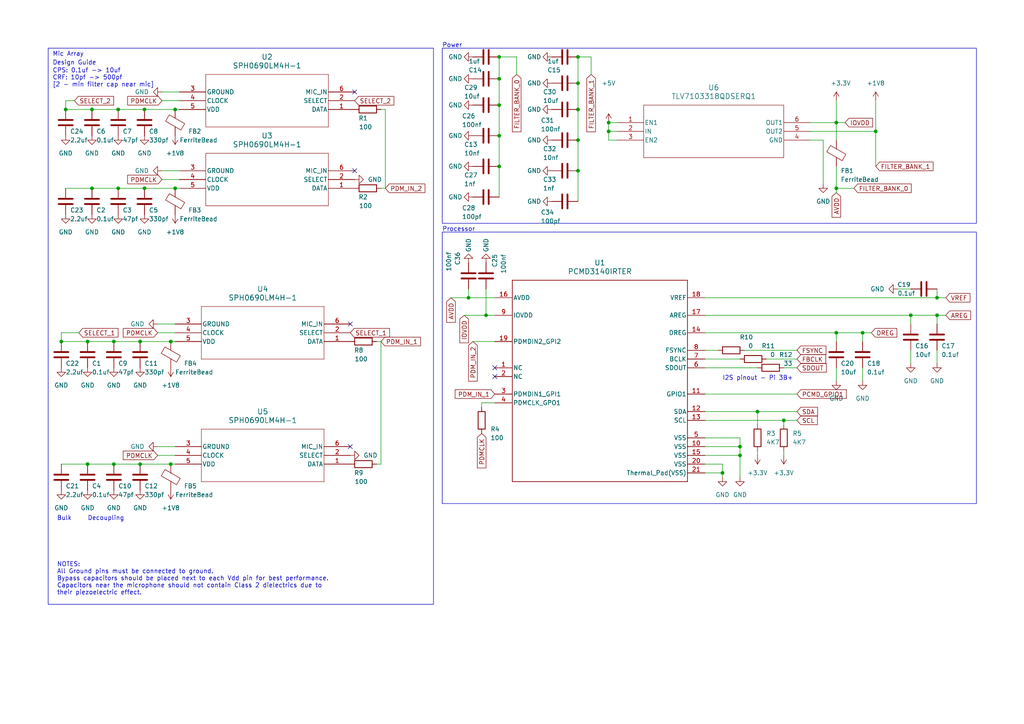
<source format=kicad_sch>
(kicad_sch (version 20230121) (generator eeschema)
  (paper "A4")
  (junction (at 25.4 99.06))
  (junction (at 167.64 40.64))
  (junction (at 144.78 39.37))
  (junction (at 41.91 54.61))
  (junction (at 49.53 134.62))
  (junction (at 40.64 99.06))
  (junction (at 34.29 31.75))
  (junction (at 17.78 99.06))
  (junction (at 135.89 86.36))
  (junction (at 144.78 30.48))
  (junction (at 271.78 91.44))
  (junction (at 26.67 54.61))
  (junction (at 250.19 96.52))
  (junction (at 242.57 54.61))
  (junction (at 144.78 22.86))
  (junction (at 33.02 134.62))
  (junction (at 219.71 119.38))
  (junction (at 49.53 99.06))
  (junction (at 50.8 54.61))
  (junction (at 140.97 91.44))
  (junction (at 254 38.1))
  (junction (at 26.67 31.75))
  (junction (at 19.05 31.75))
  (junction (at 50.8 31.75))
  (junction (at 167.64 24.13))
  (junction (at 242.57 35.56))
  (junction (at 25.4 134.62))
  (junction (at 167.64 31.75))
  (junction (at 264.16 91.44))
  (junction (at 144.78 48.26))
  (junction (at 34.29 54.61))
  (junction (at 176.53 38.1))
  (junction (at 242.57 96.52))
  (junction (at 144.78 16.51))
  (junction (at 214.63 132.08))
  (junction (at 167.64 16.51))
  (junction (at 167.64 49.53))
  (junction (at 33.02 99.06))
  (junction (at 214.63 129.54))
  (junction (at 227.33 121.92))
  (junction (at 209.55 137.16))
  (junction (at 40.64 134.62))
  (junction (at 271.78 86.36))
  (junction (at 41.91 31.75))
  (junction (at 176.53 35.56))
  (no_connect (at 156.21 226.06))
  (no_connect (at 123.19 226.06))
  (no_connect (at 101.6 93.98))
  (no_connect (at 140.97 238.76))
  (no_connect (at 146.05 238.76))
  (no_connect (at 125.73 226.06))
  (no_connect (at 135.89 226.06))
  (no_connect (at 161.29 226.06))
  (no_connect (at 158.75 226.06))
  (no_connect (at 120.65 238.76))
  (no_connect (at 143.51 109.22))
  (no_connect (at 128.27 226.06))
  (no_connect (at 130.81 238.76))
  (no_connect (at 133.35 238.76))
  (no_connect (at 102.87 49.53))
  (no_connect (at 102.87 26.67))
  (no_connect (at 166.37 238.76))
  (no_connect (at 161.29 238.76))
  (no_connect (at 130.81 226.06))
  (no_connect (at 128.27 238.76))
  (no_connect (at 140.97 226.06))
  (no_connect (at 168.91 238.76))
  (no_connect (at 138.43 226.06))
  (no_connect (at 143.51 226.06))
  (no_connect (at 138.43 238.76))
  (no_connect (at 146.05 226.06))
  (no_connect (at 148.59 226.06))
  (no_connect (at 101.6 129.54))
  (no_connect (at 158.75 238.76))
  (no_connect (at 163.83 226.06))
  (no_connect (at 151.13 226.06))
  (no_connect (at 135.89 238.76))
  (no_connect (at 168.91 226.06))
  (no_connect (at 153.67 238.76))
  (no_connect (at 143.51 106.68))
  (no_connect (at 148.59 238.76))
  (no_connect (at 153.67 226.06))
  (no_connect (at 151.13 238.76))
  (no_connect (at 143.51 238.76))
  (wire (pts (xy 135.89 86.36) (xy 143.51 86.36)))
  (wire (pts (xy 109.22 99.06) (xy 110.49 99.06)))
  (wire (pts (xy 144.78 22.86) (xy 144.78 30.48)))
  (wire (pts (xy 242.57 48.26) (xy 242.57 54.61)))
  (wire (pts (xy 19.05 29.21) (xy 19.05 31.75)))
  (wire (pts (xy 41.91 54.61) (xy 50.8 54.61)))
  (wire (pts (xy 45.72 132.08) (xy 50.8 132.08)))
  (wire (pts (xy 167.64 40.64) (xy 167.64 49.53)))
  (wire (pts (xy 271.78 91.44) (xy 274.32 91.44)))
  (wire (pts (xy 214.63 132.08) (xy 214.63 138.43)))
  (wire (pts (xy 254 29.21) (xy 254 38.1)))
  (wire (pts (xy 176.53 35.56) (xy 176.53 38.1)))
  (wire (pts (xy 242.57 96.52) (xy 250.19 96.52)))
  (wire (pts (xy 219.71 119.38) (xy 219.71 123.19)))
  (wire (pts (xy 167.64 24.13) (xy 167.64 31.75)))
  (wire (pts (xy 130.81 86.36) (xy 135.89 86.36)))
  (wire (pts (xy 17.78 96.52) (xy 17.78 99.06)))
  (wire (pts (xy 34.29 31.75) (xy 41.91 31.75)))
  (wire (pts (xy 144.78 30.48) (xy 144.78 39.37)))
  (wire (pts (xy 40.64 99.06) (xy 49.53 99.06)))
  (wire (pts (xy 46.99 29.21) (xy 52.07 29.21)))
  (wire (pts (xy 250.19 106.68) (xy 250.19 110.49)))
  (wire (pts (xy 46.99 52.07) (xy 52.07 52.07)))
  (wire (pts (xy 204.47 104.14) (xy 214.63 104.14)))
  (wire (pts (xy 17.78 99.06) (xy 25.4 99.06)))
  (wire (pts (xy 149.86 16.51) (xy 149.86 21.59)))
  (wire (pts (xy 176.53 35.56) (xy 179.07 35.56)))
  (wire (pts (xy 227.33 130.81) (xy 227.33 132.08)))
  (wire (pts (xy 227.33 121.92) (xy 227.33 123.19)))
  (wire (pts (xy 242.57 96.52) (xy 242.57 99.06)))
  (wire (pts (xy 219.71 119.38) (xy 231.14 119.38)))
  (wire (pts (xy 144.78 39.37) (xy 144.78 48.26)))
  (wire (pts (xy 110.49 54.61) (xy 111.76 54.61)))
  (wire (pts (xy 242.57 35.56) (xy 242.57 40.64)))
  (wire (pts (xy 144.78 48.26) (xy 144.78 57.15)))
  (wire (pts (xy 204.47 114.3) (xy 231.14 114.3)))
  (wire (pts (xy 271.78 86.36) (xy 274.32 86.36)))
  (wire (pts (xy 242.57 106.68) (xy 242.57 110.49)))
  (wire (pts (xy 219.71 130.81) (xy 219.71 132.08)))
  (wire (pts (xy 204.47 132.08) (xy 214.63 132.08)))
  (wire (pts (xy 26.67 31.75) (xy 34.29 31.75)))
  (wire (pts (xy 234.95 38.1) (xy 254 38.1)))
  (wire (pts (xy 214.63 127) (xy 214.63 129.54)))
  (wire (pts (xy 171.45 16.51) (xy 167.64 16.51)))
  (wire (pts (xy 264.16 91.44) (xy 271.78 91.44)))
  (wire (pts (xy 144.78 16.51) (xy 144.78 22.86)))
  (wire (pts (xy 179.07 38.1) (xy 176.53 38.1)))
  (wire (pts (xy 137.16 99.06) (xy 143.51 99.06)))
  (wire (pts (xy 204.47 127) (xy 214.63 127)))
  (wire (pts (xy 176.53 38.1) (xy 176.53 40.64)))
  (wire (pts (xy 46.99 49.53) (xy 52.07 49.53)))
  (wire (pts (xy 46.99 26.67) (xy 52.07 26.67)))
  (wire (pts (xy 49.53 134.62) (xy 50.8 134.62)))
  (wire (pts (xy 33.02 134.62) (xy 40.64 134.62)))
  (wire (pts (xy 25.4 134.62) (xy 33.02 134.62)))
  (wire (pts (xy 204.47 121.92) (xy 227.33 121.92)))
  (wire (pts (xy 204.47 106.68) (xy 219.71 106.68)))
  (wire (pts (xy 271.78 91.44) (xy 271.78 93.98)))
  (wire (pts (xy 242.57 54.61) (xy 242.57 55.88)))
  (wire (pts (xy 214.63 132.08) (xy 214.63 129.54)))
  (wire (pts (xy 41.91 31.75) (xy 50.8 31.75)))
  (wire (pts (xy 250.19 96.52) (xy 250.19 99.06)))
  (wire (pts (xy 17.78 134.62) (xy 25.4 134.62)))
  (wire (pts (xy 238.76 40.64) (xy 238.76 53.34)))
  (wire (pts (xy 50.8 54.61) (xy 52.07 54.61)))
  (wire (pts (xy 204.47 134.62) (xy 209.55 134.62)))
  (wire (pts (xy 167.64 31.75) (xy 167.64 40.64)))
  (wire (pts (xy 242.57 54.61) (xy 247.65 54.61)))
  (wire (pts (xy 215.9 101.6) (xy 231.14 101.6)))
  (wire (pts (xy 264.16 83.82) (xy 260.35 83.82)))
  (wire (pts (xy 110.49 31.75) (xy 111.76 31.75)))
  (wire (pts (xy 22.86 96.52) (xy 17.78 96.52)))
  (wire (pts (xy 242.57 29.21) (xy 242.57 35.56)))
  (wire (pts (xy 140.97 83.82) (xy 140.97 91.44)))
  (wire (pts (xy 45.72 93.98) (xy 50.8 93.98)))
  (wire (pts (xy 21.59 29.21) (xy 19.05 29.21)))
  (wire (pts (xy 209.55 134.62) (xy 209.55 137.16)))
  (wire (pts (xy 179.07 40.64) (xy 176.53 40.64)))
  (wire (pts (xy 271.78 101.6) (xy 271.78 105.41)))
  (wire (pts (xy 204.47 137.16) (xy 209.55 137.16)))
  (wire (pts (xy 111.76 31.75) (xy 111.76 54.61)))
  (wire (pts (xy 139.7 116.84) (xy 143.51 116.84)))
  (wire (pts (xy 25.4 99.06) (xy 33.02 99.06)))
  (wire (pts (xy 40.64 134.62) (xy 49.53 134.62)))
  (wire (pts (xy 250.19 96.52) (xy 252.73 96.52)))
  (wire (pts (xy 19.05 31.75) (xy 26.67 31.75)))
  (wire (pts (xy 45.72 96.52) (xy 50.8 96.52)))
  (wire (pts (xy 204.47 96.52) (xy 242.57 96.52)))
  (wire (pts (xy 50.8 31.75) (xy 52.07 31.75)))
  (wire (pts (xy 140.97 91.44) (xy 143.51 91.44)))
  (wire (pts (xy 204.47 91.44) (xy 264.16 91.44)))
  (wire (pts (xy 144.78 16.51) (xy 149.86 16.51)))
  (wire (pts (xy 33.02 99.06) (xy 40.64 99.06)))
  (wire (pts (xy 139.7 116.84) (xy 139.7 118.11)))
  (wire (pts (xy 227.33 106.68) (xy 231.14 106.68)))
  (wire (pts (xy 171.45 21.59) (xy 171.45 16.51)))
  (wire (pts (xy 134.62 91.44) (xy 140.97 91.44)))
  (wire (pts (xy 45.72 129.54) (xy 50.8 129.54)))
  (wire (pts (xy 26.67 54.61) (xy 34.29 54.61)))
  (wire (pts (xy 227.33 121.92) (xy 231.14 121.92)))
  (wire (pts (xy 204.47 101.6) (xy 208.28 101.6)))
  (wire (pts (xy 135.89 83.82) (xy 135.89 86.36)))
  (wire (pts (xy 167.64 16.51) (xy 167.64 24.13)))
  (wire (pts (xy 110.49 99.06) (xy 110.49 134.62)))
  (wire (pts (xy 234.95 40.64) (xy 238.76 40.64)))
  (wire (pts (xy 49.53 99.06) (xy 50.8 99.06)))
  (wire (pts (xy 254 38.1) (xy 254 48.26)))
  (wire (pts (xy 209.55 137.16) (xy 209.55 138.43)))
  (wire (pts (xy 204.47 86.36) (xy 271.78 86.36)))
  (wire (pts (xy 167.64 49.53) (xy 167.64 58.42)))
  (wire (pts (xy 109.22 134.62) (xy 110.49 134.62)))
  (wire (pts (xy 271.78 83.82) (xy 271.78 86.36)))
  (wire (pts (xy 19.05 54.61) (xy 26.67 54.61)))
  (wire (pts (xy 242.57 35.56) (xy 245.11 35.56)))
  (wire (pts (xy 204.47 129.54) (xy 214.63 129.54)))
  (wire (pts (xy 34.29 54.61) (xy 41.91 54.61)))
  (wire (pts (xy 234.95 35.56) (xy 242.57 35.56)))
  (wire (pts (xy 204.47 119.38) (xy 219.71 119.38)))
  (wire (pts (xy 264.16 101.6) (xy 264.16 105.41)))
  (wire (pts (xy 264.16 91.44) (xy 264.16 93.98)))
  (wire (pts (xy 222.25 104.14) (xy 231.14 104.14)))
  (rectangle (start 128.27 67.31) (end 283.21 146.05))
  (rectangle (start 128.27 13.97) (end 283.21 64.77))
  (rectangle (start 13.97 13.97) (end 125.73 175.26))
  (text "Bulk" (at 16.51 151.13 0) (effects (font (size 1.27 1.27)) (justify left bottom)))
  (text "I2S pinout - Pi 3B+" (at 209.55 110.49 0) (effects (font (size 1.27 1.27)) (justify left bottom)))
  (text "CPS: 0.1uf -> 10uf\nCRF: 10pf -> 500pf \n[2 - min filter cap near mic]\n" (at 15.24 25.4 0) (effects (font (size 1.27 1.27)) (justify left bottom)))
  (text "Mic Array" (at 15.24 16.51 0) (effects (font (size 1.27 1.27)) (justify left bottom)))
  (text "Power" (at 128.27 13.97 0) (effects (font (size 1.27 1.27)) (justify left bottom)))
  (text "Figure 3 shows SDOUT wired to SDIN of Pi" (at 175.26 224.79 0) (effects (font (size 1.27 1.27)) (justify left bottom)))
  (text "Shows PCM in is GPIO20" (at 175.26 228.6 0) (effects (font (size 1.27 1.27)) (justify left bottom)))
  (text "Decoupling" (at 25.4 151.13 0) (effects (font (size 1.27 1.27)) (justify left bottom)))
  (text "NOTES:\nAll Ground pins must be connected to ground.\nBypass capacitors should be placed next to each Vdd pin for best performance.\nCapacitors near the microphone should not contain Class 2 dielectrics due to\ntheir piezoelectric effect." (at 16.51 172.72 0) (effects (font (size 1.27 1.27)) (justify left bottom)))
  (text "Design Guide" (at 15.24 19.05 0) (effects (font (size 1.27 1.27)) (justify left bottom)))
  (text "Processor" (at 128.27 67.31 0) (effects (font (size 1.27 1.27)) (justify left bottom)))
  (global_label "FILTER_BANK_1" (shape input) (at 254 48.26 0) (property "Intersheetrefs" "${INTERSHEET_REFS}" (effects hide)))
  (global_label "FILTER_BANK_0" (shape input) (at 149.86 21.59 270) (property "Intersheetrefs" "${INTERSHEET_REFS}" (effects hide)))
  (global_label "SELECT_1" (shape input) (at 22.86 96.52 0) (property "Intersheetrefs" "${INTERSHEET_REFS}" (effects hide)))
  (global_label "FBCLK" (shape input) (at 133.35 226.06 90) (property "Intersheetrefs" "${INTERSHEET_REFS}" (effects hide)))
  (global_label "FBCLK" (shape input) (at 231.14 104.14 0) (property "Intersheetrefs" "${INTERSHEET_REFS}" (effects hide)))
  (global_label "VREF" (shape input) (at 274.32 86.36 0) (property "Intersheetrefs" "${INTERSHEET_REFS}" (effects hide)))
  (global_label "FILTER_BANK_0" (shape input) (at 247.65 54.61 0) (property "Intersheetrefs" "${INTERSHEET_REFS}" (effects hide)))
  (global_label "PDMCLK" (shape input) (at 46.99 29.21 180) (property "Intersheetrefs" "${INTERSHEET_REFS}" (effects hide)))
  (global_label "PDM_IN_2" (shape input) (at 137.16 99.06 270) (property "Intersheetrefs" "${INTERSHEET_REFS}" (effects hide)))
  (global_label "AVDD" (shape input) (at 130.81 86.36 270) (property "Intersheetrefs" "${INTERSHEET_REFS}" (effects hide)))
  (global_label "PDMCLK" (shape input) (at 45.72 132.08 180) (property "Intersheetrefs" "${INTERSHEET_REFS}" (effects hide)))
  (global_label "IOVDD" (shape input) (at 134.62 91.44 270) (property "Intersheetrefs" "${INTERSHEET_REFS}" (effects hide)))
  (global_label "FILTER_BANK_1" (shape input) (at 171.45 21.59 270) (property "Intersheetrefs" "${INTERSHEET_REFS}" (effects hide)))
  (global_label "SDOUT" (shape input) (at 231.14 106.68 0) (property "Intersheetrefs" "${INTERSHEET_REFS}" (effects hide)))
  (global_label "SCL" (shape input) (at 231.14 121.92 0) (property "Intersheetrefs" "${INTERSHEET_REFS}" (effects hide)))
  (global_label "PDMCLK" (shape input) (at 45.72 96.52 180) (property "Intersheetrefs" "${INTERSHEET_REFS}" (effects hide)))
  (global_label "PDM_IN_2" (shape input) (at 111.76 54.61 0) (property "Intersheetrefs" "${INTERSHEET_REFS}" (effects hide)))
  (global_label "FSYNC" (shape input) (at 163.83 238.76 270) (property "Intersheetrefs" "${INTERSHEET_REFS}" (effects hide)))
  (global_label "IOVDD" (shape input) (at 245.11 35.56 0) (property "Intersheetrefs" "${INTERSHEET_REFS}" (effects hide)))
  (global_label "AVDD" (shape input) (at 242.57 55.88 270) (property "Intersheetrefs" "${INTERSHEET_REFS}" (effects hide)))
  (global_label "SDA" (shape input) (at 123.19 238.76 270) (property "Intersheetrefs" "${INTERSHEET_REFS}" (effects hide)))
  (global_label "PDM_IN_1" (shape input) (at 143.51 114.3 180) (property "Intersheetrefs" "${INTERSHEET_REFS}" (effects hide)))
  (global_label "SCL" (shape input) (at 125.73 238.76 270) (property "Intersheetrefs" "${INTERSHEET_REFS}" (effects hide)))
  (global_label "PDM_IN_1" (shape input) (at 110.49 99.06 0) (property "Intersheetrefs" "${INTERSHEET_REFS}" (effects hide)))
  (global_label "PDMCLK" (shape input) (at 46.99 52.07 180) (property "Intersheetrefs" "${INTERSHEET_REFS}" (effects hide)))
  (global_label "SELECT_1" (shape input) (at 101.6 96.52 0) (property "Intersheetrefs" "${INTERSHEET_REFS}" (effects hide)))
  (global_label "FSYNC" (shape input) (at 231.14 101.6 0) (property "Intersheetrefs" "${INTERSHEET_REFS}" (effects hide)))
  (global_label "PCMD_GPIO1" (shape input) (at 231.14 114.3 0) (property "Intersheetrefs" "${INTERSHEET_REFS}" (effects hide)))
  (global_label "DREG" (shape input) (at 252.73 96.52 0) (property "Intersheetrefs" "${INTERSHEET_REFS}" (effects hide)))
  (global_label "AREG" (shape input) (at 274.32 91.44 0) (property "Intersheetrefs" "${INTERSHEET_REFS}" (effects hide)))
  (global_label "PDMCLK" (shape input) (at 139.7 125.73 270) (property "Intersheetrefs" "${INTERSHEET_REFS}" (effects hide)))
  (global_label "SDOUT" (shape input) (at 166.37 226.06 90) (property "Intersheetrefs" "${INTERSHEET_REFS}" (effects hide)))
  (global_label "SELECT_2" (shape input) (at 102.87 29.21 0) (property "Intersheetrefs" "${INTERSHEET_REFS}" (effects hide)))
  (global_label "PCMD_GPIO1" (shape input) (at 156.21 238.76 270) (property "Intersheetrefs" "${INTERSHEET_REFS}" (effects hide)))
  (global_label "SDA" (shape input) (at 231.14 119.38 0) (property "Intersheetrefs" "${INTERSHEET_REFS}" (effects hide)))
  (global_label "SELECT_2" (shape input) (at 21.59 29.21 0) (property "Intersheetrefs" "${INTERSHEET_REFS}" (effects hide)))
  (symbol (lib_id "power:GND") (at 160.02 40.64 270) (unit 1)
    (property "Reference" "#PWR052" (effects hide))
    (property "Value" "GND" (at 154.94 40.64 90))
  )
  (symbol (lib_id "Device:C") (at 19.05 58.42 0) (unit 1)
    (property "Reference" "C23" (at 20.32 60.96 0) (effects (justify left)))
    (property "Value" "2.2uf" (at 20.32 63.5 0) (effects (justify left)))
    (property "Footprint" "Capacitor_SMD:C_0805_2012Metric" (effects hide))
    (property "Datasheet" "https://jlcpcb.com/partdetail/350246-CL21A225KBQNNNE/C377773" (effects hide))
    (property "lcsc" "CL21A225KBQNNNE" (effects hide))
  )
  (symbol (lib_id "power:+1V8") (at 49.53 142.24 180) (unit 1)
    (property "Reference" "#PWR02" (effects hide))
    (property "Value" "+1V8" (at 49.53 147.32 0))
  )
  (symbol (lib_id "power:GND") (at 137.16 39.37 270) (unit 1)
    (property "Reference" "#PWR031" (effects hide))
    (property "Value" "GND" (at 132.08 39.37 90))
  )
  (symbol (lib_id "power:GND") (at 17.78 142.24 0) (unit 1)
    (property "Reference" "#PWR039" (effects hide))
    (property "Value" "GND" (at 17.78 147.32 0))
  )
  (symbol (lib_id "Device:C") (at 33.02 138.43 0) (unit 1)
    (property "Reference" "C10" (at 34.29 140.97 0) (effects (justify left)))
    (property "Value" "47pf" (at 34.29 143.51 0) (effects (justify left)))
    (property "Footprint" "Capacitor_SMD:C_0603_1608Metric" (effects hide))
    (property "Datasheet" "https://jlcpcb.com/partdetail/2023-CL10C470JB8NNNC/C1671" (effects hide))
    (property "lcsc" "CL10C470JB8NNNC" (effects hide))
  )
  (symbol (lib_id "Audio_Break_Out:SPH0690LM4H-1") (at 101.6 134.62 180) (unit 1)
    (property "Reference" "U5" (at 76.2 119.38 0) (effects (font (size 1.524 1.524))))
    (property "Value" "SPH0690LM4H-1" (at 76.2 121.92 0) (effects (font (size 1.524 1.524))))
    (property "Footprint" "SPH0690LM4H-1_KNO" (effects hide))
    (property "Datasheet" "https://jlcpcb.com/partdetail/TexasInstruments-PCMD3140IRTER/C2943785" (effects hide))
    (property "lcsc" "PCMD3140IRTER" (effects hide))
  )
  (symbol (lib_id "power:GND") (at 135.89 76.2 180) (unit 1)
    (property "Reference" "#PWR055" (effects hide))
    (property "Value" "GND" (at 135.89 71.12 90))
  )
  (symbol (lib_id "power:GND") (at 26.67 39.37 0) (unit 1)
    (property "Reference" "#PWR013" (effects hide))
    (property "Value" "GND" (at 26.67 44.45 0))
  )
  (symbol (lib_id "Device:C") (at 26.67 35.56 0) (unit 1)
    (property "Reference" "C6" (at 27.94 38.1 0) (effects (justify left)))
    (property "Value" "0.1uf" (at 27.94 40.64 0) (effects (justify left)))
    (property "Footprint" "Capacitor_SMD:C_01005_0402Metric" (effects hide))
    (property "Datasheet" "https://jlcpcb.com/partdetail/291005-CL05B104KB54PNC/C307331" (effects hide))
    (property "lcsc" "CL05B104KB54PNC" (effects hide))
  )
  (symbol (lib_id "Device:C") (at 40.64 138.43 0) (unit 1)
    (property "Reference" "C12" (at 41.91 140.97 0) (effects (justify left)))
    (property "Value" "330pf" (at 41.91 143.51 0) (effects (justify left)))
    (property "Footprint" "Capacitor_SMD:C_0603_1608Metric" (effects hide))
    (property "Datasheet" "https://jlcpcb.com/partdetail/2016-CL10C331JB8NNNC/C1664" (effects hide))
    (property "lcsc" "CL10C331JB8NNNC" (effects hide))
  )
  (symbol (lib_id "Device:R") (at 105.41 134.62 270) (unit 1)
    (property "Reference" "R9" (at 105.41 137.16 90) (effects (justify right)))
    (property "Value" "100" (at 106.68 139.7 90) (effects (justify right)))
    (property "Footprint" "Resistor_SMD:R_1206_3216Metric" (effects hide))
    (property "Datasheet" "https://datasheet.lcsc.com/lcsc/2206010145_UNI-ROYAL-Uniroyal-Elec-1206W4F1000T5E_C17901.pdf" (effects hide))
    (property "lcsc" "1206W4F1000T5E" (effects hide))
  )
  (symbol (lib_id "power:GND") (at 33.02 142.24 0) (unit 1)
    (property "Reference" "#PWR020" (effects hide))
    (property "Value" "GND" (at 33.02 147.32 0))
  )
  (symbol (lib_id "Device:R") (at 106.68 31.75 270) (unit 1)
    (property "Reference" "R1" (at 106.68 34.29 90) (effects (justify right)))
    (property "Value" "100" (at 107.95 36.83 90) (effects (justify right)))
    (property "Footprint" "Resistor_SMD:R_1206_3216Metric" (effects hide))
    (property "Datasheet" "https://datasheet.lcsc.com/lcsc/2206010145_UNI-ROYAL-Uniroyal-Elec-1206W4F1000T5E_C17901.pdf" (effects hide))
    (property "lcsc" "1206W4F1000T5E" (effects hide))
  )
  (symbol (lib_id "Connector_Generic:Conn_02x20_Odd_Even") (at 143.51 233.68 90) (unit 1)
    (property "Reference" "J1" (at 114.3 232.41 0))
    (property "Value" "Conn_02x20_Odd_Even" (at 116.84 232.41 0))
    (property "Footprint" "Connector_PinSocket_2.54mm:PinSocket_2x20_P2.54mm_Vertical" (effects hide))
  )
  (symbol (lib_id "power:GND") (at 137.16 57.15 270) (unit 1)
    (property "Reference" "#PWR048" (effects hide))
    (property "Value" "GND" (at 132.08 57.15 90))
  )
  (symbol (lib_id "power:GND") (at 160.02 31.75 270) (unit 1)
    (property "Reference" "#PWR051" (effects hide))
    (property "Value" "GND" (at 154.94 31.75 90))
  )
  (symbol (lib_id "power:GND") (at 34.29 62.23 0) (unit 1)
    (property "Reference" "#PWR07" (effects hide))
    (property "Value" "GND" (at 34.29 67.31 0))
  )
  (symbol (lib_id "power:GND") (at 264.16 105.41 0) (unit 1)
    (property "Reference" "#PWR025" (effects hide))
    (property "Value" "GND" (at 264.16 110.49 0))
  )
  (symbol (lib_id "Device:C") (at 41.91 58.42 0) (unit 1)
    (property "Reference" "C5" (at 43.18 60.96 0) (effects (justify left)))
    (property "Value" "330pf" (at 43.18 63.5 0) (effects (justify left)))
    (property "Footprint" "Capacitor_SMD:C_0603_1608Metric" (effects hide))
    (property "Datasheet" "https://jlcpcb.com/partdetail/2016-CL10C331JB8NNNC/C1664" (effects hide))
    (property "lcsc" "CL10C331JB8NNNC" (effects hide))
  )
  (symbol (lib_id "power:+3.3V") (at 242.57 29.21 0) (unit 1)
    (property "Reference" "#PWR036" (effects hide))
    (property "Value" "+3.3V" (at 243.84 24.13 0))
  )
  (symbol (lib_id "Device:C") (at 250.19 102.87 0) (unit 1)
    (property "Reference" "C18" (at 251.46 105.41 0) (effects (justify left)))
    (property "Value" "0.1uf" (at 251.46 107.95 0) (effects (justify left)))
    (property "Footprint" "Capacitor_SMD:C_01005_0402Metric" (effects hide))
    (property "Datasheet" "chrome-extension://efaidnbmnnnibpcajpcglclefindmkaj/https://datasheet.lcsc.com/lcsc/2304140030_Samsung-Electro-Mechanics-CL05B104KB54PNC_C307331.pdf" (effects hide))
    (property "lcsc" "CL05B104KB54PNC" (effects hide))
  )
  (symbol (lib_id "Device:C") (at 140.97 16.51 270) (unit 1)
    (property "Reference" "C14" (at 135.89 20.32 90) (effects (justify left)))
    (property "Value" "1uf" (at 135.89 17.78 90) (effects (justify left)))
    (property "Footprint" "Capacitor_SMD:C_0603_1608Metric" (effects hide))
    (property "Datasheet" "chrome-extension://efaidnbmnnnibpcajpcglclefindmkaj/https://datasheet.lcsc.com/lcsc/2304140030_Samsung-Electro-Mechanics-CL10A105KB8NNNC_C15849.pdf" (effects hide))
    (property "lcsc" "CL10A105KB8NNNC" (effects hide))
  )
  (symbol (lib_id "power:+5V") (at 120.65 226.06 0) (unit 1)
    (property "Reference" "#PWR043" (effects hide))
    (property "Value" "+5V" (at 120.65 222.25 90) (effects (justify left)))
  )
  (symbol (lib_id "power:GND") (at 46.99 26.67 270) (unit 1)
    (property "Reference" "#PWR04" (effects hide))
    (property "Value" "GND" (at 43.18 26.67 90) (effects (justify right)))
  )
  (symbol (lib_id "Device:C") (at 140.97 22.86 270) (unit 1)
    (property "Reference" "C29" (at 134.62 25.4 90) (effects (justify left)))
    (property "Value" "10uf" (at 134.62 27.94 90) (effects (justify left)))
    (property "Footprint" "Capacitor_SMD:C_1206_3216Metric" (effects hide))
    (property "Datasheet" "https://jlcpcb.com/partdetail/14236-CL31A106KBHNNNE/C13585" (effects hide))
    (property "lcsc" "CL31A106KBHNNNE" (effects hide))
  )
  (symbol (lib_id "power:GND") (at 242.57 110.49 0) (unit 1)
    (property "Reference" "#PWR012" (effects hide))
    (property "Value" "GND" (at 242.57 115.57 0))
  )
  (symbol (lib_id "power:GND") (at 101.6 132.08 90) (unit 1)
    (property "Reference" "#PWR028" (effects hide))
    (property "Value" "GND" (at 105.41 132.08 90) (effects (justify right)))
  )
  (symbol (lib_id "Device:C") (at 140.97 39.37 270) (unit 1)
    (property "Reference" "C13" (at 134.62 41.91 90) (effects (justify left)))
    (property "Value" "10nf" (at 134.62 44.45 90) (effects (justify left)))
    (property "Footprint" "Capacitor_SMD:C_01005_0402Metric" (effects hide))
    (property "Datasheet" "https://jlcpcb.com/partdetail/15869-CL05B103KB5NNNC/C15195" (effects hide))
    (property "lcsc" "CL05B103KB5NNNC" (effects hide))
  )
  (symbol (lib_id "power:GND") (at 46.99 49.53 270) (unit 1)
    (property "Reference" "#PWR03" (effects hide))
    (property "Value" "GND" (at 43.18 49.53 90) (effects (justify right)))
  )
  (symbol (lib_id "Device:C") (at 140.97 30.48 270) (unit 1)
    (property "Reference" "C26" (at 133.985 33.655 90) (effects (justify left)))
    (property "Value" "100nf" (at 133.985 36.195 90) (effects (justify left)))
    (property "Footprint" "Capacitor_SMD:C_1206_3216Metric" (effects hide))
    (property "Datasheet" "https://jlcpcb.com/partdetail/25237-CL31B104KBCNNNC/C24497" (effects hide))
    (property "lcsc" "CL31B104KBCNNNC" (effects hide))
  )
  (symbol (lib_id "Device:C") (at 19.05 35.56 0) (unit 1)
    (property "Reference" "C24" (at 20.32 38.1 0) (effects (justify left)))
    (property "Value" "2.2uf" (at 20.32 40.64 0) (effects (justify left)))
    (property "Footprint" "Capacitor_SMD:C_0805_2012Metric" (effects hide))
    (property "Datasheet" "https://jlcpcb.com/partdetail/350246-CL21A225KBQNNNE/C377773" (effects hide))
    (property "lcsc" "CL21A225KBQNNNE" (effects hide))
  )
  (symbol (lib_id "Device:C") (at 34.29 35.56 0) (unit 1)
    (property "Reference" "C7" (at 35.56 38.1 0) (effects (justify left)))
    (property "Value" "47pf" (at 35.56 40.64 0) (effects (justify left)))
    (property "Footprint" "Capacitor_SMD:C_0603_1608Metric" (effects hide))
    (property "Datasheet" "https://jlcpcb.com/partdetail/2023-CL10C470JB8NNNC/C1671" (effects hide))
    (property "lcsc" "CL10C470JB8NNNC" (effects hide))
  )
  (symbol (lib_id "power:GND") (at 140.97 76.2 180) (unit 1)
    (property "Reference" "#PWR045" (effects hide))
    (property "Value" "GND" (at 140.97 71.12 90))
  )
  (symbol (lib_id "power:GND") (at 260.35 83.82 270) (unit 1)
    (property "Reference" "#PWR040" (effects hide))
    (property "Value" "GND" (at 256.54 83.82 90) (effects (justify right)))
  )
  (symbol (lib_id "power:GND") (at 40.64 142.24 0) (unit 1)
    (property "Reference" "#PWR022" (effects hide))
    (property "Value" "GND" (at 40.64 147.32 0))
  )
  (symbol (lib_id "power:GND") (at 160.02 16.51 270) (unit 1)
    (property "Reference" "#PWR035" (effects hide))
    (property "Value" "GND" (at 154.94 16.51 90))
  )
  (symbol (lib_id "power:+1V8") (at 50.8 39.37 180) (unit 1)
    (property "Reference" "#PWR05" (effects hide))
    (property "Value" "+1V8" (at 50.8 44.45 0))
  )
  (symbol (lib_id "power:GND") (at 41.91 39.37 0) (unit 1)
    (property "Reference" "#PWR015" (effects hide))
    (property "Value" "GND" (at 41.91 44.45 0))
  )
  (symbol (lib_id "power:+1V8") (at 49.53 106.68 180) (unit 1)
    (property "Reference" "#PWR01" (effects hide))
    (property "Value" "+1V8" (at 49.53 111.76 0))
  )
  (symbol (lib_name "SPH0690LM4H-1_2") (lib_id "Audio_Break_Out:SPH0690LM4H-1") (at 102.87 54.61 180) (unit 1)
    (property "Reference" "U3" (at 77.47 39.37 0) (effects (font (size 1.524 1.524))))
    (property "Value" "SPH0690LM4H-1" (at 77.47 41.91 0) (effects (font (size 1.524 1.524))))
    (property "Footprint" "SPH0690LM4H-1_KNO" (effects hide))
    (property "Datasheet" "https://jlcpcb.com/partdetail/TexasInstruments-PCMD3140IRTER/C2943785" (effects hide))
    (property "lcsc" "PCMD3140IRTER" (effects hide))
  )
  (symbol (lib_id "Device:C") (at 25.4 102.87 0) (unit 1)
    (property "Reference" "C1" (at 26.67 105.41 0) (effects (justify left)))
    (property "Value" "0.1uf" (at 26.67 107.95 0) (effects (justify left)))
    (property "Footprint" "Capacitor_SMD:C_01005_0402Metric" (effects hide))
    (property "Datasheet" "https://jlcpcb.com/partdetail/291005-CL05B104KB54PNC/C307331" (effects hide))
    (property "lcsc" "CL05B104KB54PNC" (effects hide))
  )
  (symbol (lib_name "SPH0690LM4H-1_3") (lib_id "Audio_Break_Out:SPH0690LM4H-1") (at 101.6 99.06 180) (unit 1)
    (property "Reference" "U4" (at 76.2 83.82 0) (effects (font (size 1.524 1.524))))
    (property "Value" "SPH0690LM4H-1" (at 76.2 86.36 0) (effects (font (size 1.524 1.524))))
    (property "Footprint" "SPH0690LM4H-1_KNO" (effects hide))
    (property "Datasheet" "https://jlcpcb.com/partdetail/TexasInstruments-PCMD3140IRTER/C2943785" (effects hide))
    (property "lcsc" "PCMD3140IRTER" (effects hide))
  )
  (symbol (lib_id "Device:C") (at 17.78 102.87 0) (unit 1)
    (property "Reference" "C22" (at 19.05 105.41 0) (effects (justify left)))
    (property "Value" "2.2uf" (at 19.05 107.95 0) (effects (justify left)))
    (property "Footprint" "Capacitor_SMD:C_0805_2012Metric" (effects hide))
    (property "Datasheet" "https://jlcpcb.com/partdetail/350246-CL21A225KBQNNNE/C377773" (effects hide))
    (property "lcsc" "CL21A225KBQNNNE" (effects hide))
  )
  (symbol (lib_id "Device:FerriteBead") (at 50.8 58.42 0) (unit 1)
    (property "Reference" "FB3" (at 54.61 60.96 0) (effects (justify left)))
    (property "Value" "FerriteBead" (at 52.07 63.5 0) (effects (justify left)))
    (property "Footprint" "Capacitor_SMD:C_0805_2012Metric" (effects hide))
    (property "Datasheet" "https://jlcpcb.com/partdetail/Sunlord-GZ2012D601TF/C1017" (effects hide))
    (property "lcsc" "GZ2012D601TF" (effects hide))
  )
  (symbol (lib_id "power:GND") (at 137.16 48.26 270) (unit 1)
    (property "Reference" "#PWR047" (effects hide))
    (property "Value" "GND" (at 132.08 48.26 90))
  )
  (symbol (lib_name "SPH0690LM4H-1_1") (lib_id "Audio_Break_Out:SPH0690LM4H-1") (at 102.87 31.75 180) (unit 1)
    (property "Reference" "U2" (at 77.47 16.51 0) (effects (font (size 1.524 1.524))))
    (property "Value" "SPH0690LM4H-1" (at 77.47 19.05 0) (effects (font (size 1.524 1.524))))
    (property "Footprint" "SPH0690LM4H-1_KNO" (effects hide))
    (property "Datasheet" "https://jlcpcb.com/partdetail/TexasInstruments-PCMD3140IRTER/C2943785" (effects hide))
    (property "lcsc" "PCMD3140IRTER" (effects hide))
  )
  (symbol (lib_id "Device:FerriteBead") (at 242.57 44.45 0) (unit 1)
    (property "Reference" "FB1" (at 243.84 49.53 0) (effects (justify left)))
    (property "Value" "FerriteBead" (at 243.84 52.07 0) (effects (justify left)))
    (property "Footprint" "Capacitor_SMD:C_0805_2012Metric" (effects hide))
    (property "Datasheet" "chrome-extension://efaidnbmnnnibpcajpcglclefindmkaj/https://datasheet.lcsc.com/lcsc/2109181830_Sunlord-GZ2012D601TF_C1017.pdf" (effects hide))
    (property "lcsc" "GZ2012D601TF" (effects hide))
  )
  (symbol (lib_id "Device:FerriteBead") (at 50.8 35.56 0) (unit 1)
    (property "Reference" "FB2" (at 54.61 38.1 0) (effects (justify left)))
    (property "Value" "FerriteBead" (at 52.07 40.64 0) (effects (justify left)))
    (property "Footprint" "Capacitor_SMD:C_0805_2012Metric" (effects hide))
    (property "Datasheet" "https://jlcpcb.com/partdetail/Sunlord-GZ2012D601TF/C1017" (effects hide))
    (property "lcsc" "GZ2012D601TF" (effects hide))
  )
  (symbol (lib_id "power:GND") (at 238.76 53.34 0) (unit 1)
    (property "Reference" "#PWR033" (effects hide))
    (property "Value" "GND" (at 238.76 58.42 0))
  )
  (symbol (lib_id "Device:R") (at 212.09 101.6 270) (unit 1)
    (property "Reference" "R10" (at 218.44 97.79 90) (effects (justify right)))
    (property "Value" "0" (at 218.44 100.33 90) (effects (justify right)))
    (property "Footprint" "Resistor_SMD:R_1206_3216Metric" (effects hide))
    (property "Datasheet" "chrome-extension://efaidnbmnnnibpcajpcglclefindmkaj/https://datasheet.lcsc.com/lcsc/2206010200_UNI-ROYAL-Uniroyal-Elec-1206W4F0000T5E_C17888.pdf" (effects hide))
    (property "lcsc" "1206W4F0000T5E" (effects hide))
  )
  (symbol (lib_id "power:GND") (at 137.16 16.51 270) (unit 1)
    (property "Reference" "#PWR034" (effects hide))
    (property "Value" "GND" (at 132.08 16.51 90))
  )
  (symbol (lib_id "power:GND") (at 102.87 52.07 90) (unit 1)
    (property "Reference" "#PWR011" (effects hide))
    (property "Value" "GND" (at 106.68 52.07 90) (effects (justify right)))
  )
  (symbol (lib_id "Device:C") (at 163.83 49.53 270) (unit 1)
    (property "Reference" "C33" (at 157.48 52.07 90) (effects (justify left)))
    (property "Value" "1nf" (at 157.48 54.61 90) (effects (justify left)))
    (property "Footprint" "Capacitor_SMD:C_0805_2012Metric" (effects hide))
    (property "Datasheet" "https://jlcpcb.com/partdetail/47657-CL21B102KBCNNNC/C46653" (effects hide))
    (property "lcsc" "CL21B102KBCNNNC" (effects hide))
  )
  (symbol (lib_id "Device:C") (at 135.89 80.01 180) (unit 1)
    (property "Reference" "C36" (at 132.715 73.025 90) (effects (justify left)))
    (property "Value" "100nf" (at 130.175 73.025 90) (effects (justify left)))
    (property "Footprint" "Capacitor_SMD:C_1206_3216Metric" (effects hide))
    (property "Datasheet" "https://jlcpcb.com/partdetail/25237-CL31B104KBCNNNC/C24497" (effects hide))
    (property "lcsc" "CL31B104KBCNNNC" (effects hide))
  )
  (symbol (lib_id "power:+3.3V") (at 227.33 132.08 180) (unit 1)
    (property "Reference" "#PWR027" (effects hide))
    (property "Value" "+3.3V" (at 227.33 137.16 0))
  )
  (symbol (lib_id "power:GND") (at 19.05 39.37 0) (unit 1)
    (property "Reference" "#PWR044" (effects hide))
    (property "Value" "GND" (at 19.05 44.45 0))
  )
  (symbol (lib_id "power:GND") (at 19.05 62.23 0) (unit 1)
    (property "Reference" "#PWR042" (effects hide))
    (property "Value" "GND" (at 19.05 67.31 0))
  )
  (symbol (lib_id "Device:C") (at 41.91 35.56 0) (unit 1)
    (property "Reference" "C8" (at 43.18 38.1 0) (effects (justify left)))
    (property "Value" "330pf" (at 43.18 40.64 0) (effects (justify left)))
    (property "Footprint" "Capacitor_SMD:C_0603_1608Metric" (effects hide))
    (property "Datasheet" "https://jlcpcb.com/partdetail/2016-CL10C331JB8NNNC/C1664" (effects hide))
    (property "lcsc" "CL10C331JB8NNNC" (effects hide))
  )
  (symbol (lib_id "Device:C") (at 163.83 58.42 270) (unit 1)
    (property "Reference" "C34" (at 156.845 61.595 90) (effects (justify left)))
    (property "Value" "100pf" (at 156.845 64.135 90) (effects (justify left)))
    (property "Footprint" "Capacitor_SMD:C_0805_2012Metric" (effects hide))
    (property "Datasheet" "https://jlcpcb.com/partdetail/2142-CL21C101JBANNNC/C1790" (effects hide))
    (property "lcsc" "CL21C101JBANNNC" (effects hide))
  )
  (symbol (lib_id "power:GND") (at 250.19 110.49 0) (unit 1)
    (property "Reference" "#PWR016" (effects hide))
    (property "Value" "GND" (at 250.19 115.57 0))
  )
  (symbol (lib_id "power:+1V8") (at 50.8 62.23 180) (unit 1)
    (property "Reference" "#PWR09" (effects hide))
    (property "Value" "+1V8" (at 50.8 67.31 0))
  )
  (symbol (lib_id "Device:C") (at 140.97 48.26 270) (unit 1)
    (property "Reference" "C27" (at 134.62 50.8 90) (effects (justify left)))
    (property "Value" "1nf" (at 134.62 53.34 90) (effects (justify left)))
    (property "Footprint" "Capacitor_SMD:C_0805_2012Metric" (effects hide))
    (property "Datasheet" "https://jlcpcb.com/partdetail/47657-CL21B102KBCNNNC/C46653" (effects hide))
    (property "lcsc" "CL21B102KBCNNNC" (effects hide))
  )
  (symbol (lib_id "Device:C") (at 26.67 58.42 0) (unit 1)
    (property "Reference" "C2" (at 27.94 60.96 0) (effects (justify left)))
    (property "Value" "0.1uf" (at 27.94 63.5 0) (effects (justify left)))
    (property "Footprint" "Capacitor_SMD:C_01005_0402Metric" (effects hide))
    (property "Datasheet" "https://jlcpcb.com/partdetail/291005-CL05B104KB54PNC/C307331" (effects hide))
    (property "lcsc" "CL05B104KB54PNC" (effects hide))
  )
  (symbol (lib_id "Device:R") (at 105.41 99.06 270) (unit 1)
    (property "Reference" "R8" (at 105.41 101.6 90) (effects (justify right)))
    (property "Value" "100" (at 106.68 104.14 90) (effects (justify right)))
    (property "Footprint" "Resistor_SMD:R_1206_3216Metric" (effects hide))
    (property "Datasheet" "https://datasheet.lcsc.com/lcsc/2206010145_UNI-ROYAL-Uniroyal-Elec-1206W4F1000T5E_C17901.pdf" (effects hide))
    (property "lcsc" "1206W4F1000T5E" (effects hide))
  )
  (symbol (lib_id "power:+3.3V") (at 219.71 132.08 180) (unit 1)
    (property "Reference" "#PWR010" (effects hide))
    (property "Value" "+3.3V" (at 219.71 137.16 0))
  )
  (symbol (lib_id "power:GND") (at 25.4 142.24 0) (unit 1)
    (property "Reference" "#PWR018" (effects hide))
    (property "Value" "GND" (at 25.4 147.32 0))
  )
  (symbol (lib_id "power:GND") (at 17.78 106.68 0) (unit 1)
    (property "Reference" "#PWR041" (effects hide))
    (property "Value" "GND" (at 17.78 111.76 0))
  )
  (symbol (lib_id "Device:R") (at 227.33 127 0) (unit 1)
    (property "Reference" "R5" (at 229.87 125.73 0) (effects (justify left)))
    (property "Value" "4K7" (at 229.87 128.27 0) (effects (justify left)))
    (property "Footprint" "Resistor_SMD:R_0201_0603Metric" (effects hide))
    (property "Datasheet" "https://jlcpcb.com/partdetail/23889-0603WAF4701T5E/C23162" (effects hide))
    (property "lcsc" "0603WAF4701T5E" (effects hide))
  )
  (symbol (lib_id "Audio_Break_Out:TLV7103318QDSERQ1") (at 179.07 35.56 0) (unit 1)
    (property "Reference" "U6" (at 207.01 25.4 0) (effects (font (size 1.524 1.524))))
    (property "Value" "TLV7103318QDSERQ1" (at 207.01 27.94 0) (effects (font (size 1.524 1.524))))
    (property "Footprint" "Audio_Break_Out:DSE6_TEX" (effects hide))
    (property "Datasheet" "chrome-extension://efaidnbmnnnibpcajpcglclefindmkaj/https://www.ti.com/cn/lit/ds/symlink/tlv710-q1.pdf?ts=1707162727897&ref_url=https%253A%252F%252Fjlcpcb.com%252F" (effects hide))
    (property "lcsc" "TLV7103318QDSERQ1" (effects hide))
  )
  (symbol (lib_id "power:GND") (at 160.02 49.53 270) (unit 1)
    (property "Reference" "#PWR053" (effects hide))
    (property "Value" "GND" (at 154.94 49.53 90))
  )
  (symbol (lib_id "Device:R") (at 139.7 121.92 180) (unit 1)
    (property "Reference" "R4" (at 142.24 124.46 0) (effects (justify right)))
    (property "Value" "100" (at 142.24 127 0) (effects (justify right)))
    (property "Footprint" "Resistor_SMD:R_1206_3216Metric" (effects hide))
    (property "Datasheet" "https://datasheet.lcsc.com/lcsc/2206010145_UNI-ROYAL-Uniroyal-Elec-1206W4F1000T5E_C17901.pdf" (effects hide))
    (property "lcsc" "1206W4F1000T5E" (effects hide))
  )
  (symbol (lib_id "Device:R") (at 219.71 127 0) (unit 1)
    (property "Reference" "R3" (at 222.25 125.73 0) (effects (justify left)))
    (property "Value" "4K7" (at 222.25 128.27 0) (effects (justify left)))
    (property "Footprint" "Resistor_SMD:R_0201_0603Metric" (effects hide))
    (property "Datasheet" "https://jlcpcb.com/partdetail/23889-0603WAF4701T5E/C23162" (effects hide))
    (property "lcsc" "0603WAF4701T5E" (effects hide))
  )
  (symbol (lib_id "Device:C") (at 242.57 102.87 0) (unit 1)
    (property "Reference" "C20" (at 243.84 105.41 0) (effects (justify left)))
    (property "Value" "10uf" (at 243.84 107.95 0) (effects (justify left)))
    (property "Footprint" "Capacitor_SMD:C_0805_2012Metric" (effects hide))
    (property "Datasheet" "chrome-extension://efaidnbmnnnibpcajpcglclefindmkaj/https://datasheet.lcsc.com/lcsc/2304140030_Samsung-Electro-Mechanics-CL21A106KAYNNNE_C15850.pdf" (effects hide))
    (property "lcsc" "CL21A106KAYNNNE" (effects hide))
  )
  (symbol (lib_id "Device:C") (at 163.83 24.13 270) (unit 1)
    (property "Reference" "C30" (at 157.48 26.67 90) (effects (justify left)))
    (property "Value" "10uf" (at 157.48 29.21 90) (effects (justify left)))
    (property "Footprint" "Capacitor_SMD:C_1206_3216Metric" (effects hide))
    (property "Datasheet" "https://jlcpcb.com/partdetail/14236-CL31A106KBHNNNE/C13585" (effects hide))
    (property "lcsc" "CL31A106KBHNNNE" (effects hide))
  )
  (symbol (lib_id "power:GND") (at 271.78 105.41 0) (unit 1)
    (property "Reference" "#PWR026" (effects hide))
    (property "Value" "GND" (at 271.78 110.49 0))
  )
  (symbol (lib_id "Device:C") (at 264.16 97.79 0) (unit 1)
    (property "Reference" "C16" (at 265.43 100.33 0) (effects (justify left)))
    (property "Value" "10uf" (at 265.43 102.87 0) (effects (justify left)))
    (property "Footprint" "Capacitor_SMD:C_0805_2012Metric" (effects hide))
    (property "Datasheet" "chrome-extension://efaidnbmnnnibpcajpcglclefindmkaj/https://datasheet.lcsc.com/lcsc/2304140030_Samsung-Electro-Mechanics-CL21A106KAYNNNE_C15850.pdf" (effects hide))
    (property "lcsc" "CL21A106KAYNNNE" (effects hide))
  )
  (symbol (lib_id "power:GND") (at 41.91 62.23 0) (unit 1)
    (property "Reference" "#PWR08" (effects hide))
    (property "Value" "GND" (at 41.91 67.31 0))
  )
  (symbol (lib_id "Device:C") (at 271.78 97.79 0) (unit 1)
    (property "Reference" "C17" (at 273.05 100.33 0) (effects (justify left)))
    (property "Value" "0.1uf" (at 273.05 102.87 0) (effects (justify left)))
    (property "Footprint" "Capacitor_SMD:C_01005_0402Metric" (effects hide))
    (property "Datasheet" "chrome-extension://efaidnbmnnnibpcajpcglclefindmkaj/https://datasheet.lcsc.com/lcsc/2304140030_Samsung-Electro-Mechanics-CL05B104KB54PNC_C307331.pdf" (effects hide))
    (property "lcsc" "CL05B104KB54PNC" (effects hide))
  )
  (symbol (lib_id "Device:C") (at 140.97 57.15 270) (unit 1)
    (property "Reference" "C28" (at 133.985 60.325 90) (effects (justify left)))
    (property "Value" "100pf" (at 133.985 62.865 90) (effects (justify left)))
    (property "Footprint" "Capacitor_SMD:C_0805_2012Metric" (effects hide))
    (property "Datasheet" "https://jlcpcb.com/partdetail/2142-CL21C101JBANNNC/C1790" (effects hide))
    (property "lcsc" "CL21C101JBANNNC" (effects hide))
  )
  (symbol (lib_id "power:GND") (at 40.64 106.68 0) (unit 1)
    (property "Reference" "#PWR021" (effects hide))
    (property "Value" "GND" (at 40.64 111.76 0))
  )
  (symbol (lib_id "Device:FerriteBead") (at 49.53 138.43 0) (unit 1)
    (property "Reference" "FB5" (at 53.34 140.97 0) (effects (justify left)))
    (property "Value" "FerriteBead" (at 50.8 143.51 0) (effects (justify left)))
    (property "Footprint" "Capacitor_SMD:C_0805_2012Metric" (effects hide))
    (property "Datasheet" "https://jlcpcb.com/partdetail/Sunlord-GZ2012D601TF/C1017" (effects hide))
    (property "lcsc" "GZ2012D601TF" (effects hide))
  )
  (symbol (lib_id "power:GND") (at 137.16 22.86 270) (unit 1)
    (property "Reference" "#PWR049" (effects hide))
    (property "Value" "GND" (at 132.08 22.86 90))
  )
  (symbol (lib_id "Device:C") (at 163.83 31.75 270) (unit 1)
    (property "Reference" "C31" (at 156.845 34.925 90) (effects (justify left)))
    (property "Value" "100nf" (at 156.845 37.465 90) (effects (justify left)))
    (property "Footprint" "Capacitor_SMD:C_1206_3216Metric" (effects hide))
    (property "Datasheet" "https://jlcpcb.com/partdetail/25237-CL31B104KBCNNNC/C24497" (effects hide))
    (property "lcsc" "CL31B104KBCNNNC" (effects hide))
  )
  (symbol (lib_id "Device:C") (at 267.97 83.82 90) (unit 1)
    (property "Reference" "C19" (at 264.16 82.55 90) (effects (justify left)))
    (property "Value" "0.1uf" (at 265.43 85.09 90) (effects (justify left)))
    (property "Footprint" "Capacitor_SMD:C_01005_0402Metric" (effects hide))
    (property "Datasheet" "chrome-extension://efaidnbmnnnibpcajpcglclefindmkaj/https://datasheet.lcsc.com/lcsc/2304140030_Samsung-Electro-Mechanics-CL05B104KB54PNC_C307331.pdf" (effects hide))
    (property "lcsc" "CL05B104KB54PNC" (effects hide))
  )
  (symbol (lib_id "power:GND") (at 33.02 106.68 0) (unit 1)
    (property "Reference" "#PWR019" (effects hide))
    (property "Value" "GND" (at 33.02 111.76 0))
  )
  (symbol (lib_id "Device:C") (at 25.4 138.43 0) (unit 1)
    (property "Reference" "C4" (at 26.67 140.97 0) (effects (justify left)))
    (property "Value" "0.1uf" (at 26.67 143.51 0) (effects (justify left)))
    (property "Footprint" "Capacitor_SMD:C_01005_0402Metric" (effects hide))
    (property "Datasheet" "https://jlcpcb.com/partdetail/291005-CL05B104KB54PNC/C307331" (effects hide))
    (property "lcsc" "CL05B104KB54PNC" (effects hide))
  )
  (symbol (lib_id "Device:C") (at 34.29 58.42 0) (unit 1)
    (property "Reference" "C3" (at 35.56 60.96 0) (effects (justify left)))
    (property "Value" "47pf" (at 35.56 63.5 0) (effects (justify left)))
    (property "Footprint" "Capacitor_SMD:C_0603_1608Metric" (effects hide))
    (property "Datasheet" "https://jlcpcb.com/partdetail/2023-CL10C470JB8NNNC/C1671" (effects hide))
    (property "lcsc" "CL10C470JB8NNNC" (effects hide))
  )
  (symbol (lib_id "Device:C") (at 40.64 102.87 0) (unit 1)
    (property "Reference" "C11" (at 41.91 105.41 0) (effects (justify left)))
    (property "Value" "330pf" (at 41.91 107.95 0) (effects (justify left)))
    (property "Footprint" "Capacitor_SMD:C_0603_1608Metric" (effects hide))
    (property "Datasheet" "https://jlcpcb.com/partdetail/2016-CL10C331JB8NNNC/C1664" (effects hide))
    (property "lcsc" "CL10C331JB8NNNC" (effects hide))
  )
  (symbol (lib_id "power:GND") (at 25.4 106.68 0) (unit 1)
    (property "Reference" "#PWR017" (effects hide))
    (property "Value" "GND" (at 25.4 111.76 0))
  )
  (symbol (lib_id "Device:C") (at 163.83 16.51 270) (unit 1)
    (property "Reference" "C15" (at 158.75 20.32 90) (effects (justify left)))
    (property "Value" "1uf" (at 158.75 17.78 90) (effects (justify left)))
    (property "Footprint" "Capacitor_SMD:C_0603_1608Metric" (effects hide))
    (property "Datasheet" "chrome-extension://efaidnbmnnnibpcajpcglclefindmkaj/https://datasheet.lcsc.com/lcsc/2304140030_Samsung-Electro-Mechanics-CL10A105KB8NNNC_C15849.pdf" (effects hide))
    (property "lcsc" "CL10A105KB8NNNC" (effects hide))
  )
  (symbol (lib_id "Device:R") (at 106.68 54.61 270) (unit 1)
    (property "Reference" "R2" (at 106.68 57.15 90) (effects (justify right)))
    (property "Value" "100" (at 107.95 59.69 90) (effects (justify right)))
    (property "Footprint" "Resistor_SMD:R_1206_3216Metric" (effects hide))
    (property "Datasheet" "https://datasheet.lcsc.com/lcsc/2206010145_UNI-ROYAL-Uniroyal-Elec-1206W4F1000T5E_C17901.pdf" (effects hide))
    (property "lcsc" "1206W4F1000T5E" (effects hide))
  )
  (symbol (lib_id "power:GND") (at 214.63 138.43 0) (unit 1)
    (property "Reference" "#PWR030" (effects hide))
    (property "Value" "GND" (at 214.63 143.51 0))
  )
  (symbol (lib_id "power:GND") (at 34.29 39.37 0) (unit 1)
    (property "Reference" "#PWR014" (effects hide))
    (property "Value" "GND" (at 34.29 44.45 0))
  )
  (symbol (lib_id "Device:FerriteBead") (at 49.53 102.87 0) (unit 1)
    (property "Reference" "FB4" (at 53.34 105.41 0) (effects (justify left)))
    (property "Value" "FerriteBead" (at 50.8 107.95 0) (effects (justify left)))
    (property "Footprint" "Capacitor_SMD:C_0805_2012Metric" (effects hide))
    (property "Datasheet" "https://jlcpcb.com/partdetail/Sunlord-GZ2012D601TF/C1017" (effects hide))
    (property "lcsc" "GZ2012D601TF" (effects hide))
  )
  (symbol (lib_id "power:+1V8") (at 254 29.21 0) (unit 1)
    (property "Reference" "#PWR037" (effects hide))
    (property "Value" "+1V8" (at 254 24.13 0))
  )
  (symbol (lib_id "Device:C") (at 163.83 40.64 270) (unit 1)
    (property "Reference" "C32" (at 157.48 43.18 90) (effects (justify left)))
    (property "Value" "10nf" (at 157.48 45.72 90) (effects (justify left)))
    (property "Footprint" "Capacitor_SMD:C_01005_0402Metric" (effects hide))
    (property "Datasheet" "https://jlcpcb.com/partdetail/15869-CL05B103KB5NNNC/C15195" (effects hide))
    (property "lcsc" "CL05B103KB5NNNC" (effects hide))
  )
  (symbol (lib_id "Device:R") (at 218.44 104.14 270) (unit 1)
    (property "Reference" "R11" (at 224.79 100.33 90) (effects (justify right)))
    (property "Value" "0" (at 224.79 102.87 90) (effects (justify right)))
    (property "Footprint" "Resistor_SMD:R_1206_3216Metric" (effects hide))
    (property "Datasheet" "chrome-extension://efaidnbmnnnibpcajpcglclefindmkaj/https://datasheet.lcsc.com/lcsc/2206010200_UNI-ROYAL-Uniroyal-Elec-1206W4F0000T5E_C17888.pdf" (effects hide))
    (property "lcsc" "1206W4F0000T5E" (effects hide))
  )
  (symbol (lib_id "Device:C") (at 17.78 138.43 0) (unit 1)
    (property "Reference" "C21" (at 19.05 140.97 0) (effects (justify left)))
    (property "Value" "2.2uf" (at 19.05 143.51 0) (effects (justify left)))
    (property "Footprint" "Capacitor_SMD:C_0805_2012Metric" (effects hide))
    (property "Datasheet" "https://jlcpcb.com/partdetail/350246-CL21A225KBQNNNE/C377773" (effects hide))
    (property "lcsc" "CL21A225KBQNNNE" (effects hide))
  )
  (symbol (lib_id "power:GND") (at 209.55 138.43 0) (unit 1)
    (property "Reference" "#PWR029" (effects hide))
    (property "Value" "GND" (at 209.55 143.51 0))
  )
  (symbol (lib_id "Device:C") (at 33.02 102.87 0) (unit 1)
    (property "Reference" "C9" (at 34.29 105.41 0) (effects (justify left)))
    (property "Value" "47pf" (at 34.29 107.95 0) (effects (justify left)))
    (property "Footprint" "Capacitor_SMD:C_0603_1608Metric" (effects hide))
    (property "Datasheet" "https://jlcpcb.com/partdetail/2023-CL10C470JB8NNNC/C1671" (effects hide))
    (property "lcsc" "CL10C470JB8NNNC" (effects hide))
  )
  (symbol (lib_id "power:GND") (at 160.02 24.13 270) (unit 1)
    (property "Reference" "#PWR050" (effects hide))
    (property "Value" "GND" (at 154.94 24.13 90))
  )
  (symbol (lib_id "power:GND") (at 45.72 93.98 270) (unit 1)
    (property "Reference" "#PWR023" (effects hide))
    (property "Value" "GND" (at 41.91 93.98 90) (effects (justify right)))
  )
  (symbol (lib_id "Device:R") (at 223.52 106.68 270) (unit 1)
    (property "Reference" "R12" (at 229.87 102.87 90) (effects (justify right)))
    (property "Value" "33" (at 229.87 105.41 90) (effects (justify right)))
    (property "Footprint" "Resistor_SMD:R_0805_2012Metric" (effects hide))
    (property "Datasheet" "chrome-extension://efaidnbmnnnibpcajpcglclefindmkaj/https://datasheet.lcsc.com/lcsc/2205311830_UNI-ROYAL-Uniroyal-Elec-0805W8F330JT5E_C17634.pdf" (effects hide))
    (property "lcsc" "0805W8F330JT5E" (effects hide))
  )
  (symbol (lib_id "Audio_Break_Out:PCMD3140IRTER") (at 143.51 86.36 0) (unit 1)
    (property "Reference" "U1" (at 173.99 76.2 0) (effects (font (size 1.524 1.524))))
    (property "Value" "PCMD3140IRTER" (at 173.99 78.74 0) (effects (font (size 1.524 1.524))))
    (property "Footprint" "RTE0020A-MFG" (effects hide))
    (property "Datasheet" "XCMD3140IRTER" (effects hide))
  )
  (symbol (lib_id "power:+5V") (at 176.53 35.56 0) (unit 1)
    (property "Reference" "#PWR032" (effects hide))
    (property "Value" "+5V" (at 176.53 24.13 0))
  )
  (symbol (lib_id "power:GND") (at 160.02 58.42 270) (unit 1)
    (property "Reference" "#PWR054" (effects hide))
    (property "Value" "GND" (at 154.94 58.42 90))
  )
  (symbol (lib_id "Device:C") (at 140.97 80.01 180) (unit 1)
    (property "Reference" "C25" (at 143.51 73.66 90) (effects (justify left)))
    (property "Value" "100nf" (at 146.05 73.66 90) (effects (justify left)))
    (property "Footprint" "Capacitor_SMD:C_1206_3216Metric" (effects hide))
    (property "Datasheet" "https://jlcpcb.com/partdetail/25237-CL31B104KBCNNNC/C24497" (effects hide))
    (property "lcsc" "CL31B104KBCNNNC" (effects hide))
  )
  (symbol (lib_id "power:GND") (at 137.16 30.48 270) (unit 1)
    (property "Reference" "#PWR046" (effects hide))
    (property "Value" "GND" (at 132.08 30.48 90))
  )
  (symbol (lib_id "power:GND") (at 26.67 62.23 0) (unit 1)
    (property "Reference" "#PWR06" (effects hide))
    (property "Value" "GND" (at 26.67 67.31 0))
  )
  (symbol (lib_id "power:GND") (at 45.72 129.54 270) (unit 1)
    (property "Reference" "#PWR024" (effects hide))
    (property "Value" "GND" (at 41.91 129.54 90) (effects (justify right)))
  )
)
</source>
